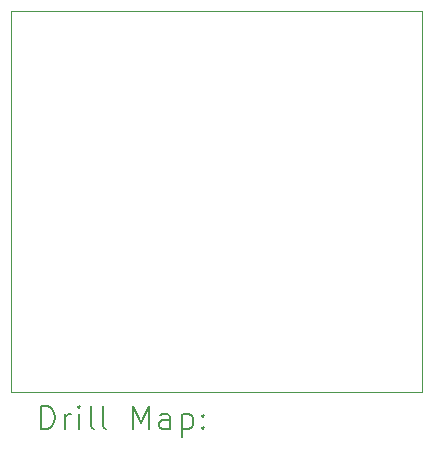
<source format=gbr>
%TF.GenerationSoftware,KiCad,Pcbnew,8.0.2*%
%TF.CreationDate,2024-06-03T19:44:42-07:00*%
%TF.ProjectId,SNES_USB_C_power,534e4553-5f55-4534-925f-435f706f7765,A*%
%TF.SameCoordinates,Original*%
%TF.FileFunction,Drillmap*%
%TF.FilePolarity,Positive*%
%FSLAX45Y45*%
G04 Gerber Fmt 4.5, Leading zero omitted, Abs format (unit mm)*
G04 Created by KiCad (PCBNEW 8.0.2) date 2024-06-03 19:44:42*
%MOMM*%
%LPD*%
G01*
G04 APERTURE LIST*
%ADD10C,0.050000*%
%ADD11C,0.200000*%
G04 APERTURE END LIST*
D10*
X14171200Y-9489350D02*
X17651000Y-9489350D01*
X17651000Y-12715150D01*
X14171200Y-12715150D01*
X14171200Y-9489350D01*
D11*
X14429477Y-13029134D02*
X14429477Y-12829134D01*
X14429477Y-12829134D02*
X14477096Y-12829134D01*
X14477096Y-12829134D02*
X14505667Y-12838658D01*
X14505667Y-12838658D02*
X14524715Y-12857705D01*
X14524715Y-12857705D02*
X14534239Y-12876753D01*
X14534239Y-12876753D02*
X14543762Y-12914848D01*
X14543762Y-12914848D02*
X14543762Y-12943419D01*
X14543762Y-12943419D02*
X14534239Y-12981515D01*
X14534239Y-12981515D02*
X14524715Y-13000562D01*
X14524715Y-13000562D02*
X14505667Y-13019610D01*
X14505667Y-13019610D02*
X14477096Y-13029134D01*
X14477096Y-13029134D02*
X14429477Y-13029134D01*
X14629477Y-13029134D02*
X14629477Y-12895800D01*
X14629477Y-12933896D02*
X14639001Y-12914848D01*
X14639001Y-12914848D02*
X14648524Y-12905324D01*
X14648524Y-12905324D02*
X14667572Y-12895800D01*
X14667572Y-12895800D02*
X14686620Y-12895800D01*
X14753286Y-13029134D02*
X14753286Y-12895800D01*
X14753286Y-12829134D02*
X14743762Y-12838658D01*
X14743762Y-12838658D02*
X14753286Y-12848181D01*
X14753286Y-12848181D02*
X14762810Y-12838658D01*
X14762810Y-12838658D02*
X14753286Y-12829134D01*
X14753286Y-12829134D02*
X14753286Y-12848181D01*
X14877096Y-13029134D02*
X14858048Y-13019610D01*
X14858048Y-13019610D02*
X14848524Y-13000562D01*
X14848524Y-13000562D02*
X14848524Y-12829134D01*
X14981858Y-13029134D02*
X14962810Y-13019610D01*
X14962810Y-13019610D02*
X14953286Y-13000562D01*
X14953286Y-13000562D02*
X14953286Y-12829134D01*
X15210429Y-13029134D02*
X15210429Y-12829134D01*
X15210429Y-12829134D02*
X15277096Y-12971991D01*
X15277096Y-12971991D02*
X15343762Y-12829134D01*
X15343762Y-12829134D02*
X15343762Y-13029134D01*
X15524715Y-13029134D02*
X15524715Y-12924372D01*
X15524715Y-12924372D02*
X15515191Y-12905324D01*
X15515191Y-12905324D02*
X15496143Y-12895800D01*
X15496143Y-12895800D02*
X15458048Y-12895800D01*
X15458048Y-12895800D02*
X15439001Y-12905324D01*
X15524715Y-13019610D02*
X15505667Y-13029134D01*
X15505667Y-13029134D02*
X15458048Y-13029134D01*
X15458048Y-13029134D02*
X15439001Y-13019610D01*
X15439001Y-13019610D02*
X15429477Y-13000562D01*
X15429477Y-13000562D02*
X15429477Y-12981515D01*
X15429477Y-12981515D02*
X15439001Y-12962467D01*
X15439001Y-12962467D02*
X15458048Y-12952943D01*
X15458048Y-12952943D02*
X15505667Y-12952943D01*
X15505667Y-12952943D02*
X15524715Y-12943419D01*
X15619953Y-12895800D02*
X15619953Y-13095800D01*
X15619953Y-12905324D02*
X15639001Y-12895800D01*
X15639001Y-12895800D02*
X15677096Y-12895800D01*
X15677096Y-12895800D02*
X15696143Y-12905324D01*
X15696143Y-12905324D02*
X15705667Y-12914848D01*
X15705667Y-12914848D02*
X15715191Y-12933896D01*
X15715191Y-12933896D02*
X15715191Y-12991038D01*
X15715191Y-12991038D02*
X15705667Y-13010086D01*
X15705667Y-13010086D02*
X15696143Y-13019610D01*
X15696143Y-13019610D02*
X15677096Y-13029134D01*
X15677096Y-13029134D02*
X15639001Y-13029134D01*
X15639001Y-13029134D02*
X15619953Y-13019610D01*
X15800905Y-13010086D02*
X15810429Y-13019610D01*
X15810429Y-13019610D02*
X15800905Y-13029134D01*
X15800905Y-13029134D02*
X15791382Y-13019610D01*
X15791382Y-13019610D02*
X15800905Y-13010086D01*
X15800905Y-13010086D02*
X15800905Y-13029134D01*
X15800905Y-12905324D02*
X15810429Y-12914848D01*
X15810429Y-12914848D02*
X15800905Y-12924372D01*
X15800905Y-12924372D02*
X15791382Y-12914848D01*
X15791382Y-12914848D02*
X15800905Y-12905324D01*
X15800905Y-12905324D02*
X15800905Y-12924372D01*
M02*

</source>
